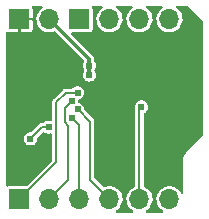
<source format=gbr>
%TF.GenerationSoftware,KiCad,Pcbnew,(6.0.5-0)*%
%TF.CreationDate,2022-08-13T19:22:48-07:00*%
%TF.ProjectId,max3100-uart-adpt,6d617833-3130-4302-9d75-6172742d6164,P1.1*%
%TF.SameCoordinates,PX6b4f310PY74ffa90*%
%TF.FileFunction,Copper,L1,Top*%
%TF.FilePolarity,Positive*%
%FSLAX46Y46*%
G04 Gerber Fmt 4.6, Leading zero omitted, Abs format (unit mm)*
G04 Created by KiCad (PCBNEW (6.0.5-0)) date 2022-08-13 19:22:48*
%MOMM*%
%LPD*%
G01*
G04 APERTURE LIST*
%TA.AperFunction,ComponentPad*%
%ADD10R,1.700000X1.700000*%
%TD*%
%TA.AperFunction,ComponentPad*%
%ADD11O,1.700000X1.700000*%
%TD*%
%TA.AperFunction,ViaPad*%
%ADD12C,0.609600*%
%TD*%
%TA.AperFunction,Conductor*%
%ADD13C,0.203200*%
%TD*%
%TA.AperFunction,Conductor*%
%ADD14C,0.304800*%
%TD*%
G04 APERTURE END LIST*
D10*
%TO.P,J3,1,Pin_1*%
%TO.N,/IC1_IRQ_L*%
X50038000Y45212000D03*
D11*
%TO.P,J3,2,Pin_2*%
%TO.N,/IC1_SHDN_L*%
X52578000Y45212000D03*
%TO.P,J3,3,Pin_3*%
%TO.N,/UART_RTS_L*%
X55118000Y45212000D03*
%TO.P,J3,4,Pin_4*%
%TO.N,/UART_CTS_L*%
X57658000Y45212000D03*
%TD*%
D10*
%TO.P,J2,1,Pin_1*%
%TO.N,/SPI_CS_IC1_L*%
X44958000Y29972000D03*
D11*
%TO.P,J2,2,Pin_2*%
%TO.N,/SPI_SCK*%
X47498000Y29972000D03*
%TO.P,J2,3,Pin_3*%
%TO.N,/SPI_MOSI*%
X50038000Y29972000D03*
%TO.P,J2,4,Pin_4*%
%TO.N,/SPI_MISO*%
X52578000Y29972000D03*
%TO.P,J2,5,Pin_5*%
%TO.N,/UART_RXD*%
X55118000Y29972000D03*
%TO.P,J2,6,Pin_6*%
%TO.N,/UART_TXD*%
X57658000Y29972000D03*
%TD*%
D10*
%TO.P,J1,1,Pin_1*%
%TO.N,GND*%
X44958000Y45212000D03*
D11*
%TO.P,J1,2,Pin_2*%
%TO.N,+3V3*%
X47498000Y45212000D03*
%TD*%
D12*
%TO.N,/SPI_CS_IC1_L*%
X49878000Y38982000D03*
%TO.N,/SPI_SCK*%
X49376606Y38277675D03*
%TO.N,GND*%
X47378000Y34482000D03*
%TO.N,/UART_RXD_K*%
X45878000Y35082000D03*
X47416420Y36082000D03*
%TO.N,+3V3*%
X50878000Y40482000D03*
X50878000Y41282000D03*
%TO.N,GND*%
X53478000Y31982000D03*
%TO.N,/UART_RXD*%
X55278000Y37782000D03*
%TO.N,GND*%
X48378000Y42282000D03*
X51678000Y31982000D03*
%TO.N,/SPI_MISO*%
X49878000Y37582000D03*
%TO.N,/SPI_MOSI*%
X49387100Y36882000D03*
%TO.N,GND*%
X60078000Y41182000D03*
X55278000Y41182000D03*
%TD*%
D13*
%TO.N,/UART_RXD_K*%
X45878000Y35082000D02*
X46878000Y36082000D01*
X46878000Y36082000D02*
X47416420Y36082000D01*
%TO.N,/SPI_CS_IC1_L*%
X44958000Y29972000D02*
X48078000Y33092000D01*
X48078000Y33092000D02*
X48078000Y38182000D01*
X48078000Y38182000D02*
X48878000Y38982000D01*
X48878000Y38982000D02*
X49878000Y38982000D01*
%TO.N,/SPI_SCK*%
X49078000Y36182000D02*
X48778000Y36482000D01*
X47498000Y29972000D02*
X49078000Y31552000D01*
X48778000Y37679069D02*
X49376606Y38277675D01*
%TO.N,/SPI_MOSI*%
X50038000Y36231100D02*
X49387100Y36882000D01*
X50038000Y29972000D02*
X50038000Y36231100D01*
%TO.N,/SPI_SCK*%
X49078000Y33582000D02*
X49078000Y36182000D01*
X48778000Y36482000D02*
X48778000Y37679069D01*
X49078000Y31552000D02*
X49078000Y33582000D01*
D14*
%TO.N,+3V3*%
X50878000Y41282000D02*
X50878000Y40482000D01*
X50878000Y41282000D02*
X50878000Y41832000D01*
X50878000Y41832000D02*
X47498000Y45212000D01*
D13*
%TO.N,/UART_RXD*%
X55118000Y37622000D02*
X55278000Y37782000D01*
X55118000Y29972000D02*
X55118000Y37622000D01*
%TO.N,/SPI_MISO*%
X50928000Y36532000D02*
X49878000Y37582000D01*
X52578000Y29972000D02*
X50928000Y31622000D01*
X50928000Y31622000D02*
X50928000Y36532000D01*
%TD*%
%TA.AperFunction,Conductor*%
%TO.N,GND*%
G36*
X46905906Y46308287D02*
G01*
X46942451Y46257987D01*
X46942451Y46195813D01*
X46905906Y46145513D01*
X46898229Y46140455D01*
X46846010Y46109388D01*
X46842544Y46106349D01*
X46842542Y46106347D01*
X46696859Y45978586D01*
X46696856Y45978583D01*
X46693392Y45975545D01*
X46567720Y45816131D01*
X46473203Y45636485D01*
X46413007Y45442622D01*
X46412466Y45438048D01*
X46397160Y45308726D01*
X46389148Y45241036D01*
X46402424Y45038478D01*
X46403557Y45034017D01*
X46434615Y44911729D01*
X46452392Y44841731D01*
X46537377Y44657384D01*
X46654533Y44491611D01*
X46799938Y44349965D01*
X46803774Y44347402D01*
X46803775Y44347401D01*
X46826628Y44332131D01*
X46968720Y44237188D01*
X46972956Y44235368D01*
X46972958Y44235367D01*
X47150989Y44158879D01*
X47155228Y44157058D01*
X47248128Y44136037D01*
X47348716Y44113276D01*
X47348719Y44113276D01*
X47353216Y44112258D01*
X47449748Y44108465D01*
X47551444Y44104469D01*
X47551445Y44104469D01*
X47556053Y44104288D01*
X47560610Y44104949D01*
X47560615Y44104949D01*
X47666713Y44120333D01*
X47756945Y44133416D01*
X47880019Y44175194D01*
X47942186Y44176008D01*
X47983489Y44151068D01*
X50405672Y41728885D01*
X50433898Y41673487D01*
X50424172Y41612079D01*
X50414349Y41596510D01*
X50393467Y41569296D01*
X50393463Y41569289D01*
X50389453Y41564063D01*
X50333096Y41428007D01*
X50313874Y41282000D01*
X50333096Y41135993D01*
X50389453Y40999937D01*
X50393467Y40994706D01*
X50393468Y40994704D01*
X50432957Y40943242D01*
X50453712Y40884634D01*
X50432957Y40820758D01*
X50389453Y40764063D01*
X50333096Y40628007D01*
X50313874Y40482000D01*
X50333096Y40335993D01*
X50389453Y40199937D01*
X50479103Y40083103D01*
X50595937Y39993453D01*
X50668768Y39963285D01*
X50725901Y39939619D01*
X50725904Y39939618D01*
X50731993Y39937096D01*
X50738529Y39936236D01*
X50738531Y39936235D01*
X50871460Y39918735D01*
X50878000Y39917874D01*
X50884540Y39918735D01*
X51017469Y39936235D01*
X51017471Y39936236D01*
X51024007Y39937096D01*
X51030096Y39939618D01*
X51030099Y39939619D01*
X51087232Y39963285D01*
X51160063Y39993453D01*
X51276897Y40083103D01*
X51366547Y40199937D01*
X51422904Y40335993D01*
X51442126Y40482000D01*
X51422904Y40628007D01*
X51366547Y40764063D01*
X51323043Y40820759D01*
X51302288Y40879366D01*
X51323043Y40943242D01*
X51362532Y40994704D01*
X51362533Y40994706D01*
X51366547Y40999937D01*
X51422904Y41135993D01*
X51442126Y41282000D01*
X51422904Y41428007D01*
X51366547Y41564063D01*
X51341650Y41596510D01*
X51305689Y41643374D01*
X51284900Y41704616D01*
X51284900Y41896446D01*
X51277327Y41919752D01*
X51273643Y41935098D01*
X51271047Y41951489D01*
X51269809Y41959306D01*
X51258683Y41981142D01*
X51252644Y41995721D01*
X51245070Y42019032D01*
X51230664Y42038859D01*
X51222419Y42052313D01*
X51211292Y42074151D01*
X49349678Y43935765D01*
X49321452Y43991163D01*
X49331178Y44052571D01*
X49375142Y44096535D01*
X49420813Y44107500D01*
X50878491Y44107501D01*
X50913066Y44107501D01*
X50948548Y44114558D01*
X50977584Y44120333D01*
X50977586Y44120334D01*
X50987301Y44122266D01*
X51007911Y44136037D01*
X51063247Y44173012D01*
X51071484Y44178516D01*
X51127734Y44262699D01*
X51142500Y44336933D01*
X51142500Y45212000D01*
X51142499Y46082128D01*
X51142499Y46087066D01*
X51127734Y46161301D01*
X51121248Y46171008D01*
X51120450Y46173836D01*
X51118437Y46178697D01*
X51119012Y46178935D01*
X51104370Y46230847D01*
X51125889Y46289179D01*
X51177584Y46323722D01*
X51204893Y46327500D01*
X51926775Y46327500D01*
X51985906Y46308287D01*
X52022451Y46257987D01*
X52022451Y46195813D01*
X51985906Y46145513D01*
X51978229Y46140455D01*
X51926010Y46109388D01*
X51922544Y46106349D01*
X51922542Y46106347D01*
X51776859Y45978586D01*
X51776856Y45978583D01*
X51773392Y45975545D01*
X51647720Y45816131D01*
X51553203Y45636485D01*
X51493007Y45442622D01*
X51492466Y45438048D01*
X51477160Y45308726D01*
X51469148Y45241036D01*
X51482424Y45038478D01*
X51483557Y45034017D01*
X51514615Y44911729D01*
X51532392Y44841731D01*
X51617377Y44657384D01*
X51734533Y44491611D01*
X51879938Y44349965D01*
X51883774Y44347402D01*
X51883775Y44347401D01*
X51906628Y44332131D01*
X52048720Y44237188D01*
X52052956Y44235368D01*
X52052958Y44235367D01*
X52230989Y44158879D01*
X52235228Y44157058D01*
X52328128Y44136037D01*
X52428716Y44113276D01*
X52428719Y44113276D01*
X52433216Y44112258D01*
X52529748Y44108465D01*
X52631444Y44104469D01*
X52631445Y44104469D01*
X52636053Y44104288D01*
X52640610Y44104949D01*
X52640615Y44104949D01*
X52746713Y44120333D01*
X52836945Y44133416D01*
X53029165Y44198666D01*
X53206276Y44297853D01*
X53247431Y44332081D01*
X53358798Y44424705D01*
X53362345Y44427655D01*
X53373737Y44441352D01*
X53489199Y44580179D01*
X53489201Y44580182D01*
X53492147Y44583724D01*
X53591334Y44760835D01*
X53656584Y44953055D01*
X53685712Y45153947D01*
X53686189Y45172131D01*
X53687155Y45209044D01*
X53687155Y45209051D01*
X53687232Y45212000D01*
X53677122Y45322027D01*
X53669080Y45409553D01*
X53669079Y45409558D01*
X53668658Y45414141D01*
X53613557Y45609513D01*
X53523776Y45791572D01*
X53402320Y45954221D01*
X53253258Y46092013D01*
X53249362Y46094471D01*
X53249357Y46094475D01*
X53174319Y46141820D01*
X53134563Y46189622D01*
X53130496Y46251663D01*
X53163674Y46304246D01*
X53221422Y46327285D01*
X53228001Y46327500D01*
X54466775Y46327500D01*
X54525906Y46308287D01*
X54562451Y46257987D01*
X54562451Y46195813D01*
X54525906Y46145513D01*
X54518229Y46140455D01*
X54466010Y46109388D01*
X54462544Y46106349D01*
X54462542Y46106347D01*
X54316859Y45978586D01*
X54316856Y45978583D01*
X54313392Y45975545D01*
X54187720Y45816131D01*
X54093203Y45636485D01*
X54033007Y45442622D01*
X54032466Y45438048D01*
X54017160Y45308726D01*
X54009148Y45241036D01*
X54022424Y45038478D01*
X54023557Y45034017D01*
X54054615Y44911729D01*
X54072392Y44841731D01*
X54157377Y44657384D01*
X54274533Y44491611D01*
X54419938Y44349965D01*
X54423774Y44347402D01*
X54423775Y44347401D01*
X54446628Y44332131D01*
X54588720Y44237188D01*
X54592956Y44235368D01*
X54592958Y44235367D01*
X54770989Y44158879D01*
X54775228Y44157058D01*
X54868128Y44136037D01*
X54968716Y44113276D01*
X54968719Y44113276D01*
X54973216Y44112258D01*
X55069748Y44108465D01*
X55171444Y44104469D01*
X55171445Y44104469D01*
X55176053Y44104288D01*
X55180610Y44104949D01*
X55180615Y44104949D01*
X55286713Y44120333D01*
X55376945Y44133416D01*
X55569165Y44198666D01*
X55746276Y44297853D01*
X55787431Y44332081D01*
X55898798Y44424705D01*
X55902345Y44427655D01*
X55913737Y44441352D01*
X56029199Y44580179D01*
X56029201Y44580182D01*
X56032147Y44583724D01*
X56131334Y44760835D01*
X56196584Y44953055D01*
X56225712Y45153947D01*
X56226189Y45172131D01*
X56227155Y45209044D01*
X56227155Y45209051D01*
X56227232Y45212000D01*
X56217122Y45322027D01*
X56209080Y45409553D01*
X56209079Y45409558D01*
X56208658Y45414141D01*
X56153557Y45609513D01*
X56063776Y45791572D01*
X55942320Y45954221D01*
X55793258Y46092013D01*
X55789362Y46094471D01*
X55789357Y46094475D01*
X55714319Y46141820D01*
X55674563Y46189622D01*
X55670496Y46251663D01*
X55703674Y46304246D01*
X55761422Y46327285D01*
X55768001Y46327500D01*
X57006775Y46327500D01*
X57065906Y46308287D01*
X57102451Y46257987D01*
X57102451Y46195813D01*
X57065906Y46145513D01*
X57058229Y46140455D01*
X57006010Y46109388D01*
X57002544Y46106349D01*
X57002542Y46106347D01*
X56856859Y45978586D01*
X56856856Y45978583D01*
X56853392Y45975545D01*
X56727720Y45816131D01*
X56633203Y45636485D01*
X56573007Y45442622D01*
X56572466Y45438048D01*
X56557160Y45308726D01*
X56549148Y45241036D01*
X56562424Y45038478D01*
X56563557Y45034017D01*
X56594615Y44911729D01*
X56612392Y44841731D01*
X56697377Y44657384D01*
X56814533Y44491611D01*
X56959938Y44349965D01*
X56963774Y44347402D01*
X56963775Y44347401D01*
X56986628Y44332131D01*
X57128720Y44237188D01*
X57132956Y44235368D01*
X57132958Y44235367D01*
X57310989Y44158879D01*
X57315228Y44157058D01*
X57408128Y44136037D01*
X57508716Y44113276D01*
X57508719Y44113276D01*
X57513216Y44112258D01*
X57609748Y44108465D01*
X57711444Y44104469D01*
X57711445Y44104469D01*
X57716053Y44104288D01*
X57720610Y44104949D01*
X57720615Y44104949D01*
X57826713Y44120333D01*
X57916945Y44133416D01*
X58109165Y44198666D01*
X58286276Y44297853D01*
X58327431Y44332081D01*
X58438798Y44424705D01*
X58442345Y44427655D01*
X58453737Y44441352D01*
X58569199Y44580179D01*
X58569201Y44580182D01*
X58572147Y44583724D01*
X58671334Y44760835D01*
X58736584Y44953055D01*
X58765712Y45153947D01*
X58766189Y45172131D01*
X58767155Y45209044D01*
X58767155Y45209051D01*
X58767232Y45212000D01*
X58757122Y45322027D01*
X58749080Y45409553D01*
X58749079Y45409558D01*
X58748658Y45414141D01*
X58693557Y45609513D01*
X58603776Y45791572D01*
X58482320Y45954221D01*
X58333258Y46092013D01*
X58329362Y46094471D01*
X58329357Y46094475D01*
X58254319Y46141820D01*
X58214563Y46189622D01*
X58210496Y46251663D01*
X58243674Y46304246D01*
X58301422Y46327285D01*
X58308001Y46327500D01*
X59043025Y46327500D01*
X59062650Y46325567D01*
X59068281Y46324447D01*
X59068282Y46324447D01*
X59078000Y46322514D01*
X59087719Y46324447D01*
X59094599Y46324447D01*
X59107729Y46323586D01*
X59128406Y46320864D01*
X59153775Y46314067D01*
X59188514Y46299677D01*
X59211254Y46286548D01*
X59227802Y46273851D01*
X59237697Y46265174D01*
X59242564Y46260307D01*
X59248069Y46252069D01*
X59261078Y46243377D01*
X59276320Y46230868D01*
X60426865Y45080324D01*
X60439376Y45065079D01*
X60448069Y45052069D01*
X60456308Y45046564D01*
X60461173Y45041699D01*
X60469842Y45031814D01*
X60482548Y45015255D01*
X60495676Y44992517D01*
X60510067Y44957775D01*
X60516864Y44932406D01*
X60519586Y44911729D01*
X60520447Y44898599D01*
X60520447Y44891719D01*
X60518514Y44882000D01*
X60520447Y44872282D01*
X60520447Y44872281D01*
X60521567Y44866650D01*
X60523500Y44847025D01*
X60523500Y35516975D01*
X60521567Y35497350D01*
X60518514Y35482000D01*
X60520447Y35472281D01*
X60520447Y35465401D01*
X60519586Y35452271D01*
X60516864Y35431594D01*
X60510067Y35406225D01*
X60495677Y35371486D01*
X60482548Y35348746D01*
X60469851Y35332198D01*
X60461174Y35322303D01*
X60456307Y35317436D01*
X60448069Y35311931D01*
X60442564Y35303692D01*
X60442563Y35303691D01*
X60439882Y35299679D01*
X60427009Y35284073D01*
X59069610Y33940385D01*
X59054730Y33928236D01*
X59040963Y33919037D01*
X59035458Y33910798D01*
X59035149Y33910489D01*
X59030308Y33903961D01*
X58947620Y33803206D01*
X58877560Y33672132D01*
X58876126Y33667406D01*
X58876126Y33667405D01*
X58847421Y33572775D01*
X58834417Y33529908D01*
X58833934Y33525000D01*
X58833933Y33524997D01*
X58821642Y33400208D01*
X58820446Y33392151D01*
X58820446Y33391715D01*
X58818514Y33382000D01*
X58820447Y33372282D01*
X58821567Y33366650D01*
X58823500Y33347025D01*
X58823500Y30537466D01*
X58804287Y30478335D01*
X58753987Y30441790D01*
X58691813Y30441790D01*
X58641513Y30478335D01*
X58632674Y30492972D01*
X58605813Y30547441D01*
X58603776Y30551572D01*
X58482320Y30714221D01*
X58333258Y30852013D01*
X58329362Y30854471D01*
X58329357Y30854475D01*
X58223443Y30921301D01*
X58161581Y30960333D01*
X57973039Y31035554D01*
X57773946Y31075156D01*
X57671351Y31076499D01*
X57575585Y31077753D01*
X57575581Y31077753D01*
X57570971Y31077813D01*
X57370910Y31043436D01*
X57366588Y31041842D01*
X57366586Y31041841D01*
X57184791Y30974773D01*
X57184788Y30974772D01*
X57180463Y30973176D01*
X57006010Y30869388D01*
X57002544Y30866349D01*
X57002542Y30866347D01*
X56856859Y30738586D01*
X56856856Y30738583D01*
X56853392Y30735545D01*
X56727720Y30576131D01*
X56633203Y30396485D01*
X56573007Y30202622D01*
X56549148Y30001036D01*
X56562424Y29798478D01*
X56563557Y29794017D01*
X56585228Y29708690D01*
X56612392Y29601731D01*
X56697377Y29417384D01*
X56814533Y29251611D01*
X56959938Y29109965D01*
X56963774Y29107402D01*
X56963775Y29107401D01*
X57093463Y29020746D01*
X57131954Y28971919D01*
X57134395Y28909793D01*
X57099853Y28858097D01*
X57037572Y28836500D01*
X55736541Y28836500D01*
X55677410Y28855713D01*
X55640865Y28906013D01*
X55640865Y28968187D01*
X55677410Y29018487D01*
X55687386Y29024873D01*
X55742253Y29055600D01*
X55746276Y29057853D01*
X55758531Y29068045D01*
X55898798Y29184705D01*
X55902345Y29187655D01*
X55913737Y29201352D01*
X56029199Y29340179D01*
X56029201Y29340182D01*
X56032147Y29343724D01*
X56131334Y29520835D01*
X56196584Y29713055D01*
X56225712Y29913947D01*
X56227232Y29972000D01*
X56208658Y30174141D01*
X56153557Y30369513D01*
X56063776Y30551572D01*
X55942320Y30714221D01*
X55793258Y30852013D01*
X55789362Y30854471D01*
X55789357Y30854475D01*
X55683443Y30921301D01*
X55621581Y30960333D01*
X55537422Y30993909D01*
X55489620Y31033665D01*
X55474100Y31087347D01*
X55474100Y37190627D01*
X55493313Y37249758D01*
X55536202Y37283569D01*
X55553966Y37290927D01*
X55553969Y37290929D01*
X55560063Y37293453D01*
X55676897Y37383103D01*
X55766547Y37499937D01*
X55822904Y37635993D01*
X55842126Y37782000D01*
X55822904Y37928007D01*
X55803165Y37975662D01*
X55769072Y38057966D01*
X55766547Y38064063D01*
X55676897Y38180897D01*
X55560063Y38270547D01*
X55487232Y38300715D01*
X55430099Y38324381D01*
X55430096Y38324382D01*
X55424007Y38326904D01*
X55417471Y38327764D01*
X55417469Y38327765D01*
X55284540Y38345265D01*
X55278000Y38346126D01*
X55271460Y38345265D01*
X55138531Y38327765D01*
X55138529Y38327764D01*
X55131993Y38326904D01*
X55125904Y38324382D01*
X55125901Y38324381D01*
X55068768Y38300715D01*
X54995937Y38270547D01*
X54879103Y38180897D01*
X54789453Y38064063D01*
X54786928Y38057966D01*
X54752836Y37975662D01*
X54733096Y37928007D01*
X54713874Y37782000D01*
X54733096Y37635993D01*
X54754242Y37584942D01*
X54761900Y37546445D01*
X54761900Y31088091D01*
X54742687Y31028960D01*
X54696119Y30993709D01*
X54644794Y30974774D01*
X54644792Y30974773D01*
X54640463Y30973176D01*
X54466010Y30869388D01*
X54462544Y30866349D01*
X54462542Y30866347D01*
X54316859Y30738586D01*
X54316856Y30738583D01*
X54313392Y30735545D01*
X54187720Y30576131D01*
X54093203Y30396485D01*
X54033007Y30202622D01*
X54009148Y30001036D01*
X54022424Y29798478D01*
X54023557Y29794017D01*
X54045228Y29708690D01*
X54072392Y29601731D01*
X54157377Y29417384D01*
X54274533Y29251611D01*
X54419938Y29109965D01*
X54423774Y29107402D01*
X54423775Y29107401D01*
X54553463Y29020746D01*
X54591954Y28971919D01*
X54594395Y28909793D01*
X54559853Y28858097D01*
X54497572Y28836500D01*
X53196541Y28836500D01*
X53137410Y28855713D01*
X53100865Y28906013D01*
X53100865Y28968187D01*
X53137410Y29018487D01*
X53147386Y29024873D01*
X53202253Y29055600D01*
X53206276Y29057853D01*
X53218531Y29068045D01*
X53358798Y29184705D01*
X53362345Y29187655D01*
X53373737Y29201352D01*
X53489199Y29340179D01*
X53489201Y29340182D01*
X53492147Y29343724D01*
X53591334Y29520835D01*
X53656584Y29713055D01*
X53685712Y29913947D01*
X53687232Y29972000D01*
X53668658Y30174141D01*
X53613557Y30369513D01*
X53523776Y30551572D01*
X53402320Y30714221D01*
X53253258Y30852013D01*
X53249362Y30854471D01*
X53249357Y30854475D01*
X53143443Y30921301D01*
X53081581Y30960333D01*
X52893039Y31035554D01*
X52693946Y31075156D01*
X52591351Y31076499D01*
X52495585Y31077753D01*
X52495581Y31077753D01*
X52490971Y31077813D01*
X52290910Y31043436D01*
X52286589Y31041842D01*
X52286582Y31041840D01*
X52146243Y30990066D01*
X52084117Y30987625D01*
X52040289Y31013313D01*
X51313565Y31740037D01*
X51285339Y31795435D01*
X51284100Y31811172D01*
X51284100Y36483276D01*
X51286354Y36504451D01*
X51286874Y36506866D01*
X51288624Y36514994D01*
X51284797Y36547327D01*
X51284445Y36553293D01*
X51284442Y36553293D01*
X51284100Y36557428D01*
X51284100Y36561584D01*
X51281062Y36579835D01*
X51280393Y36584529D01*
X51275666Y36624467D01*
X51274689Y36632723D01*
X51271283Y36639817D01*
X51270853Y36641174D01*
X51269560Y36648942D01*
X51246510Y36691662D01*
X51244376Y36695850D01*
X51226113Y36733883D01*
X51226111Y36733886D01*
X51223372Y36739590D01*
X51220001Y36743600D01*
X51218461Y36745140D01*
X51217278Y36746430D01*
X51216390Y36747482D01*
X51213265Y36753274D01*
X51207160Y36758917D01*
X51207158Y36758920D01*
X51175862Y36787849D01*
X51173014Y36790587D01*
X50470164Y37493438D01*
X50441938Y37548836D01*
X50441676Y37568869D01*
X50441265Y37568869D01*
X50441265Y37575460D01*
X50442126Y37582000D01*
X50424034Y37719426D01*
X50423765Y37721469D01*
X50423764Y37721471D01*
X50422904Y37728007D01*
X50366547Y37864063D01*
X50276897Y37980897D01*
X50160063Y38070547D01*
X50087232Y38100715D01*
X50030099Y38124381D01*
X50030096Y38124382D01*
X50024007Y38126904D01*
X50017470Y38127765D01*
X50011101Y38129471D01*
X50011821Y38132158D01*
X49966276Y38153871D01*
X49936598Y38208504D01*
X49935770Y38239986D01*
X49937094Y38250042D01*
X49940732Y38277675D01*
X49934651Y38323864D01*
X49945981Y38384997D01*
X49991080Y38427795D01*
X50011300Y38433786D01*
X50011101Y38434529D01*
X50017470Y38436235D01*
X50024007Y38437096D01*
X50160063Y38493453D01*
X50276897Y38583103D01*
X50366547Y38699937D01*
X50422904Y38835993D01*
X50442126Y38982000D01*
X50422904Y39128007D01*
X50366547Y39264063D01*
X50290942Y39362594D01*
X50280914Y39375662D01*
X50276897Y39380897D01*
X50160063Y39470547D01*
X50087232Y39500715D01*
X50030099Y39524381D01*
X50030096Y39524382D01*
X50024007Y39526904D01*
X50017471Y39527764D01*
X50017469Y39527765D01*
X49884540Y39545265D01*
X49878000Y39546126D01*
X49871460Y39545265D01*
X49738531Y39527765D01*
X49738529Y39527764D01*
X49731993Y39526904D01*
X49725904Y39524382D01*
X49725901Y39524381D01*
X49668768Y39500715D01*
X49595937Y39470547D01*
X49479103Y39380897D01*
X49475089Y39375665D01*
X49470424Y39371001D01*
X49469057Y39372368D01*
X49425226Y39342243D01*
X49396653Y39338100D01*
X48926725Y39338100D01*
X48905550Y39340354D01*
X48903135Y39340874D01*
X48895007Y39342624D01*
X48886752Y39341647D01*
X48862673Y39338797D01*
X48856702Y39338445D01*
X48856702Y39338442D01*
X48852563Y39338100D01*
X48848416Y39338100D01*
X48844328Y39337420D01*
X48844321Y39337419D01*
X48830159Y39335062D01*
X48825469Y39334394D01*
X48785538Y39329668D01*
X48785536Y39329667D01*
X48777278Y39328690D01*
X48770174Y39325279D01*
X48768830Y39324853D01*
X48761058Y39323560D01*
X48718367Y39300525D01*
X48714145Y39298374D01*
X48676115Y39280112D01*
X48676112Y39280110D01*
X48670410Y39277372D01*
X48666400Y39274001D01*
X48664860Y39272461D01*
X48663570Y39271278D01*
X48662518Y39270390D01*
X48656726Y39267265D01*
X48651083Y39261160D01*
X48651080Y39261158D01*
X48622151Y39229862D01*
X48619413Y39227014D01*
X47860651Y38468252D01*
X47844086Y38454875D01*
X47835026Y38449025D01*
X47823013Y38433786D01*
X47814873Y38423461D01*
X47810897Y38418987D01*
X47810899Y38418985D01*
X47808214Y38415816D01*
X47805280Y38412882D01*
X47794486Y38397778D01*
X47791693Y38394057D01*
X47761632Y38355925D01*
X47759022Y38348493D01*
X47758371Y38347240D01*
X47753790Y38340829D01*
X47739877Y38294306D01*
X47738432Y38289862D01*
X47722352Y38244071D01*
X47721900Y38238852D01*
X47721900Y38236685D01*
X47721824Y38234925D01*
X47721708Y38233550D01*
X47719823Y38227248D01*
X47721486Y38184914D01*
X47721822Y38176366D01*
X47721900Y38172417D01*
X47721900Y36711406D01*
X47702687Y36652275D01*
X47652387Y36615730D01*
X47590213Y36615730D01*
X47582825Y36618455D01*
X47562427Y36626904D01*
X47555891Y36627764D01*
X47555889Y36627765D01*
X47422960Y36645265D01*
X47416420Y36646126D01*
X47409880Y36645265D01*
X47276951Y36627765D01*
X47276949Y36627764D01*
X47270413Y36626904D01*
X47264324Y36624382D01*
X47264321Y36624381D01*
X47207188Y36600715D01*
X47134357Y36570547D01*
X47017523Y36480897D01*
X47013509Y36475665D01*
X47008844Y36471001D01*
X47007477Y36472368D01*
X46963646Y36442243D01*
X46935073Y36438100D01*
X46926729Y36438100D01*
X46905555Y36440354D01*
X46903137Y36440875D01*
X46903129Y36440875D01*
X46895007Y36442624D01*
X46862673Y36438797D01*
X46856702Y36438445D01*
X46856702Y36438442D01*
X46852563Y36438100D01*
X46848416Y36438100D01*
X46844328Y36437420D01*
X46844321Y36437419D01*
X46830159Y36435062D01*
X46825469Y36434394D01*
X46785538Y36429668D01*
X46785536Y36429667D01*
X46777278Y36428690D01*
X46770174Y36425279D01*
X46768830Y36424853D01*
X46761058Y36423560D01*
X46718367Y36400525D01*
X46714145Y36398374D01*
X46676115Y36380112D01*
X46676112Y36380110D01*
X46670410Y36377372D01*
X46666400Y36374001D01*
X46664860Y36372461D01*
X46663570Y36371278D01*
X46662518Y36370390D01*
X46656726Y36367265D01*
X46651083Y36361160D01*
X46651080Y36361158D01*
X46622151Y36329862D01*
X46619413Y36327014D01*
X45966562Y35674164D01*
X45911164Y35645938D01*
X45891131Y35645676D01*
X45891131Y35645265D01*
X45884540Y35645265D01*
X45878000Y35646126D01*
X45871460Y35645265D01*
X45738531Y35627765D01*
X45738529Y35627764D01*
X45731993Y35626904D01*
X45725904Y35624382D01*
X45725901Y35624381D01*
X45668768Y35600715D01*
X45595937Y35570547D01*
X45479103Y35480897D01*
X45389453Y35364063D01*
X45333096Y35228007D01*
X45332236Y35221471D01*
X45332235Y35221469D01*
X45320915Y35135484D01*
X45313874Y35082000D01*
X45333096Y34935993D01*
X45389453Y34799937D01*
X45479103Y34683103D01*
X45595937Y34593453D01*
X45668768Y34563285D01*
X45725901Y34539619D01*
X45725904Y34539618D01*
X45731993Y34537096D01*
X45738529Y34536236D01*
X45738531Y34536235D01*
X45871460Y34518735D01*
X45878000Y34517874D01*
X45884540Y34518735D01*
X46017469Y34536235D01*
X46017471Y34536236D01*
X46024007Y34537096D01*
X46030096Y34539618D01*
X46030099Y34539619D01*
X46087232Y34563285D01*
X46160063Y34593453D01*
X46276897Y34683103D01*
X46366547Y34799937D01*
X46422904Y34935993D01*
X46442126Y35082000D01*
X46441265Y35088540D01*
X46441265Y35095130D01*
X46443197Y35095130D01*
X46452888Y35147427D01*
X46470164Y35170563D01*
X46935438Y35635837D01*
X46990836Y35664063D01*
X47052244Y35654337D01*
X47067814Y35644513D01*
X47134357Y35593453D01*
X47207188Y35563285D01*
X47264321Y35539619D01*
X47264324Y35539618D01*
X47270413Y35537096D01*
X47276949Y35536236D01*
X47276951Y35536235D01*
X47409880Y35518735D01*
X47416420Y35517874D01*
X47422960Y35518735D01*
X47555889Y35536235D01*
X47555891Y35536236D01*
X47562427Y35537096D01*
X47582803Y35545536D01*
X47644783Y35550415D01*
X47697796Y35517930D01*
X47721590Y35460489D01*
X47721900Y35452594D01*
X47721900Y33281172D01*
X47702687Y33222041D01*
X47692435Y33210037D01*
X45588363Y31105965D01*
X45532965Y31077739D01*
X45517228Y31076500D01*
X44239309Y31076499D01*
X44082934Y31076499D01*
X44047452Y31069442D01*
X44018416Y31063667D01*
X44018414Y31063666D01*
X44008699Y31061734D01*
X44000464Y31056231D01*
X44000463Y31056231D01*
X43988992Y31048566D01*
X43929152Y31031688D01*
X43870821Y31053207D01*
X43836278Y31104902D01*
X43832500Y31132211D01*
X43832500Y44052390D01*
X43851713Y44111521D01*
X43902013Y44148066D01*
X43964187Y44148066D01*
X43988989Y44136037D01*
X44000657Y44128241D01*
X44018611Y44120804D01*
X44078131Y44108965D01*
X44087930Y44108000D01*
X44840417Y44108000D01*
X44853307Y44112188D01*
X44856350Y44116377D01*
X44856350Y44123934D01*
X45059650Y44123934D01*
X45063838Y44111044D01*
X45068027Y44108001D01*
X45828078Y44108001D01*
X45837861Y44108965D01*
X45897386Y44120804D01*
X45915345Y44128242D01*
X45982885Y44173371D01*
X45996629Y44187115D01*
X46041759Y44254657D01*
X46049196Y44272611D01*
X46061035Y44332131D01*
X46062000Y44341930D01*
X46062000Y45094417D01*
X46057812Y45107307D01*
X46053623Y45110350D01*
X45075583Y45110350D01*
X45062693Y45106162D01*
X45059650Y45101973D01*
X45059650Y44123934D01*
X44856350Y44123934D01*
X44856350Y45213050D01*
X44875563Y45272181D01*
X44925863Y45308726D01*
X44956950Y45313650D01*
X46046066Y45313650D01*
X46058956Y45317838D01*
X46061999Y45322027D01*
X46061999Y46082078D01*
X46061035Y46091861D01*
X46049196Y46151386D01*
X46041757Y46169346D01*
X46040647Y46171008D01*
X46039746Y46174203D01*
X46037966Y46178500D01*
X46038474Y46178711D01*
X46023768Y46230847D01*
X46045287Y46289179D01*
X46096982Y46323722D01*
X46124291Y46327500D01*
X46846775Y46327500D01*
X46905906Y46308287D01*
G37*
%TD.AperFunction*%
%TD*%
M02*

</source>
